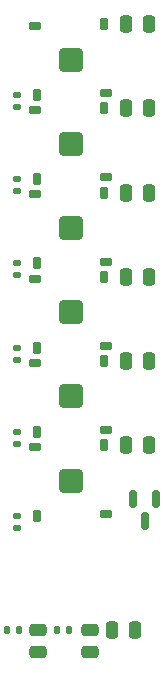
<source format=gtp>
G04 #@! TF.GenerationSoftware,KiCad,Pcbnew,8.0.1-8.0.1-1~ubuntu22.04.1*
G04 #@! TF.CreationDate,2024-03-18T13:01:17-05:00*
G04 #@! TF.ProjectId,onsemi-version,6f6e7365-6d69-42d7-9665-7273696f6e2e,rev?*
G04 #@! TF.SameCoordinates,Original*
G04 #@! TF.FileFunction,Paste,Top*
G04 #@! TF.FilePolarity,Positive*
%FSLAX46Y46*%
G04 Gerber Fmt 4.6, Leading zero omitted, Abs format (unit mm)*
G04 Created by KiCad (PCBNEW 8.0.1-8.0.1-1~ubuntu22.04.1) date 2024-03-18 13:01:17*
%MOMM*%
%LPD*%
G01*
G04 APERTURE LIST*
G04 Aperture macros list*
%AMRoundRect*
0 Rectangle with rounded corners*
0 $1 Rounding radius*
0 $2 $3 $4 $5 $6 $7 $8 $9 X,Y pos of 4 corners*
0 Add a 4 corners polygon primitive as box body*
4,1,4,$2,$3,$4,$5,$6,$7,$8,$9,$2,$3,0*
0 Add four circle primitives for the rounded corners*
1,1,$1+$1,$2,$3*
1,1,$1+$1,$4,$5*
1,1,$1+$1,$6,$7*
1,1,$1+$1,$8,$9*
0 Add four rect primitives between the rounded corners*
20,1,$1+$1,$2,$3,$4,$5,0*
20,1,$1+$1,$4,$5,$6,$7,0*
20,1,$1+$1,$6,$7,$8,$9,0*
20,1,$1+$1,$8,$9,$2,$3,0*%
G04 Aperture macros list end*
%ADD10RoundRect,0.090000X0.210000X-0.460000X0.210000X0.460000X-0.210000X0.460000X-0.210000X-0.460000X0*%
%ADD11RoundRect,0.090000X0.460000X0.210000X-0.460000X0.210000X-0.460000X-0.210000X0.460000X-0.210000X0*%
%ADD12RoundRect,0.090000X-0.210000X0.460000X-0.210000X-0.460000X0.210000X-0.460000X0.210000X0.460000X0*%
%ADD13RoundRect,0.090000X-0.460000X-0.210000X0.460000X-0.210000X0.460000X0.210000X-0.460000X0.210000X0*%
%ADD14RoundRect,0.300000X-0.700000X-0.700000X0.700000X-0.700000X0.700000X0.700000X-0.700000X0.700000X0*%
%ADD15RoundRect,0.250000X0.475000X-0.250000X0.475000X0.250000X-0.475000X0.250000X-0.475000X-0.250000X0*%
%ADD16RoundRect,0.250000X0.250000X0.475000X-0.250000X0.475000X-0.250000X-0.475000X0.250000X-0.475000X0*%
%ADD17RoundRect,0.135000X-0.185000X0.135000X-0.185000X-0.135000X0.185000X-0.135000X0.185000X0.135000X0*%
%ADD18RoundRect,0.150000X-0.150000X0.587500X-0.150000X-0.587500X0.150000X-0.587500X0.150000X0.587500X0*%
%ADD19RoundRect,0.135000X0.135000X0.185000X-0.135000X0.185000X-0.135000X-0.185000X0.135000X-0.185000X0*%
G04 APERTURE END LIST*
D10*
X50650000Y-75096000D03*
D11*
X56500000Y-74946000D03*
D12*
X56350000Y-69096000D03*
D13*
X50500000Y-69246000D03*
D14*
X53500000Y-72096000D03*
D15*
X55125000Y-93732000D03*
X55125000Y-91832000D03*
D16*
X60100000Y-54832000D03*
X58200000Y-54832000D03*
D10*
X50650000Y-82228000D03*
D11*
X56500000Y-82078000D03*
D12*
X56350000Y-76228000D03*
D13*
X50500000Y-76378000D03*
D14*
X53500000Y-79228000D03*
D17*
X48990000Y-60832000D03*
X48990000Y-61852000D03*
D16*
X60100000Y-69096000D03*
X58200000Y-69096000D03*
D18*
X60700000Y-80800000D03*
X58800000Y-80800000D03*
X59750000Y-82675000D03*
D10*
X50650000Y-60832000D03*
D11*
X56500000Y-60682000D03*
D12*
X56350000Y-54832000D03*
D13*
X50500000Y-54982000D03*
D14*
X53500000Y-57832000D03*
D16*
X60100000Y-76228000D03*
X58200000Y-76228000D03*
D19*
X49135000Y-91832000D03*
X48115000Y-91832000D03*
D10*
X50650000Y-46568000D03*
D11*
X56500000Y-46418000D03*
D12*
X56350000Y-40568000D03*
D13*
X50500000Y-40718000D03*
D14*
X53500000Y-43568000D03*
D10*
X50650000Y-67964000D03*
D11*
X56500000Y-67814000D03*
D12*
X56350000Y-61964000D03*
D13*
X50500000Y-62114000D03*
D14*
X53500000Y-64964000D03*
D17*
X48990000Y-82228000D03*
X48990000Y-83248000D03*
X48990000Y-75112000D03*
X48990000Y-76132000D03*
D16*
X60100000Y-61964000D03*
X58200000Y-61964000D03*
D10*
X50650000Y-53700000D03*
D11*
X56500000Y-53550000D03*
D12*
X56350000Y-47700000D03*
D13*
X50500000Y-47850000D03*
D14*
X53500000Y-50700000D03*
D17*
X48990000Y-67964000D03*
X48990000Y-68984000D03*
D15*
X50745000Y-93732000D03*
X50745000Y-91832000D03*
D19*
X53375000Y-91832000D03*
X52355000Y-91832000D03*
D16*
X58915000Y-91832000D03*
X57015000Y-91832000D03*
X60100000Y-47700000D03*
X58200000Y-47700000D03*
X60100000Y-40568000D03*
X58200000Y-40568000D03*
D17*
X48990000Y-46568000D03*
X48990000Y-47588000D03*
X48990000Y-53700000D03*
X48990000Y-54720000D03*
M02*

</source>
